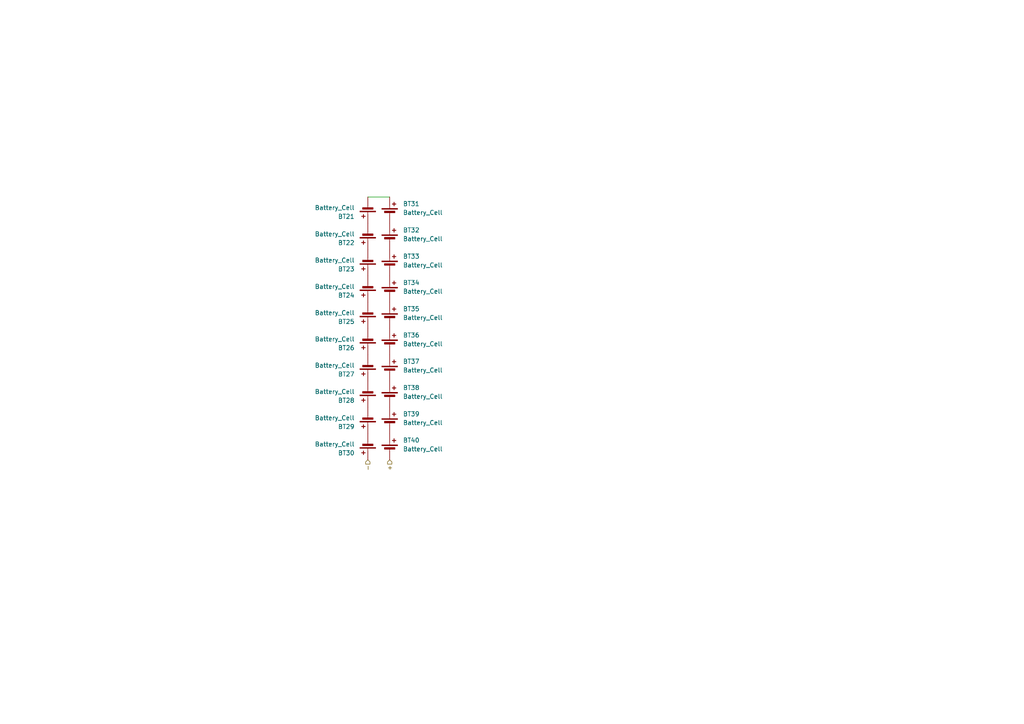
<source format=kicad_sch>
(kicad_sch (version 20250114) (generator "eeschema") (generator_version "9.0")
  (paper "A4")
  (lib_symbols
    (symbol "Device:Battery_Cell" (pin_numbers (hide yes)) (pin_names (offset 0) (hide yes))
      (property "Reference" "BT" (at 2.54 2.54 0))
      (property "Value" "Battery_Cell" (at 2.54 0 0))
      (symbol "Battery_Cell_0_1"
        (rectangle (start -2.286 1.778) (end 2.286 1.524) (fill (type outline)))
        (rectangle (start -1.524 1.016) (end 1.524 0.508) (fill (type outline)))
        (polyline (pts (xy 0 1.778) (xy 0 2.54)))
        (polyline (pts (xy 0 0.762) (xy 0 0)))
        (polyline (pts (xy 0.762 3.048) (xy 1.778 3.048)) (stroke (width 0.254)))
        (polyline (pts (xy 1.27 3.556) (xy 1.27 2.54)) (stroke (width 0.254)))
      )
      (symbol "Battery_Cell_1_1"
        (pin passive line (at 0 5.08 270) (length 2.54) (name "+") (number "1"))
        (pin passive line (at 0 -2.54 90) (length 2.54) (name "-") (number "2"))
      )
    )
  )
  (wire (pts (xy 106.68 57.15) (xy 113.03 57.15)))
  (hierarchical_label "+" (shape input) (at 113.03 133.35 270))
  (hierarchical_label "-" (shape input) (at 106.68 133.35 270))
  (symbol (lib_id "Device:Battery_Cell") (at 106.68 59.69 180) (unit 1)
    (property "Reference" "BT1" (at 102.87 62.8016 0) (effects (justify left)))
    (property "Value" "Battery_Cell" (at 102.87 60.2616 0) (effects (justify left)))
    (property "Description" "Single-cell battery" (effects (hide yes)))
    (instances (project "003_GBungE_mk4_sch" (path "" (reference "BT21") (unit 1)) (path "" (reference "BT1") (unit 1))))
  )
  (symbol (lib_id "Device:Battery_Cell") (at 106.68 74.93 180) (unit 1)
    (property "Reference" "BT3" (at 102.87 78.0416 0) (effects (justify left)))
    (property "Value" "Battery_Cell" (at 102.87 75.5016 0) (effects (justify left)))
    (property "Description" "Single-cell battery" (effects (hide yes)))
    (instances (project "003_GBungE_mk4_sch" (path "" (reference "BT23") (unit 1)) (path "" (reference "BT3") (unit 1))))
  )
  (symbol (lib_id "Device:Battery_Cell") (at 106.68 128.27 180) (unit 1)
    (property "Reference" "BT10" (at 102.87 131.3816 0) (effects (justify left)))
    (property "Value" "Battery_Cell" (at 102.87 128.8416 0) (effects (justify left)))
    (property "Description" "Single-cell battery" (effects (hide yes)))
    (instances (project "003_GBungE_mk4_sch" (path "" (reference "BT30") (unit 1)) (path "" (reference "BT10") (unit 1))))
  )
  (symbol (lib_id "Device:Battery_Cell") (at 113.03 100.33 0) (unit 1)
    (property "Reference" "BT16" (at 116.84 97.2184 0) (effects (justify left)))
    (property "Value" "Battery_Cell" (at 116.84 99.7584 0) (effects (justify left)))
    (property "Description" "Single-cell battery" (effects (hide yes)))
    (instances (project "003_GBungE_mk4_sch" (path "" (reference "BT36") (unit 1)) (path "" (reference "BT16") (unit 1))))
  )
  (symbol (lib_id "Device:Battery_Cell") (at 113.03 62.23 0) (unit 1)
    (property "Reference" "BT11" (at 116.84 59.1184 0) (effects (justify left)))
    (property "Value" "Battery_Cell" (at 116.84 61.6584 0) (effects (justify left)))
    (property "Description" "Single-cell battery" (effects (hide yes)))
    (instances (project "003_GBungE_mk4_sch" (path "" (reference "BT31") (unit 1)) (path "" (reference "BT11") (unit 1))))
  )
  (symbol (lib_id "Device:Battery_Cell") (at 106.68 105.41 180) (unit 1)
    (property "Reference" "BT7" (at 102.87 108.5216 0) (effects (justify left)))
    (property "Value" "Battery_Cell" (at 102.87 105.9816 0) (effects (justify left)))
    (property "Description" "Single-cell battery" (effects (hide yes)))
    (instances (project "003_GBungE_mk4_sch" (path "" (reference "BT27") (unit 1)) (path "" (reference "BT7") (unit 1))))
  )
  (symbol (lib_id "Device:Battery_Cell") (at 106.68 97.79 180) (unit 1)
    (property "Reference" "BT6" (at 102.87 100.9016 0) (effects (justify left)))
    (property "Value" "Battery_Cell" (at 102.87 98.3616 0) (effects (justify left)))
    (property "Description" "Single-cell battery" (effects (hide yes)))
    (instances (project "003_GBungE_mk4_sch" (path "" (reference "BT26") (unit 1)) (path "" (reference "BT6") (unit 1))))
  )
  (symbol (lib_id "Device:Battery_Cell") (at 113.03 107.95 0) (unit 1)
    (property "Reference" "BT17" (at 116.84 104.8384 0) (effects (justify left)))
    (property "Value" "Battery_Cell" (at 116.84 107.3784 0) (effects (justify left)))
    (property "Description" "Single-cell battery" (effects (hide yes)))
    (instances (project "003_GBungE_mk4_sch" (path "" (reference "BT37") (unit 1)) (path "" (reference "BT17") (unit 1))))
  )
  (symbol (lib_id "Device:Battery_Cell") (at 113.03 115.57 0) (unit 1)
    (property "Reference" "BT18" (at 116.84 112.4584 0) (effects (justify left)))
    (property "Value" "Battery_Cell" (at 116.84 114.9984 0) (effects (justify left)))
    (property "Description" "Single-cell battery" (effects (hide yes)))
    (instances (project "003_GBungE_mk4_sch" (path "" (reference "BT38") (unit 1)) (path "" (reference "BT18") (unit 1))))
  )
  (symbol (lib_id "Device:Battery_Cell") (at 106.68 82.55 180) (unit 1)
    (property "Reference" "BT4" (at 102.87 85.6616 0) (effects (justify left)))
    (property "Value" "Battery_Cell" (at 102.87 83.1216 0) (effects (justify left)))
    (property "Description" "Single-cell battery" (effects (hide yes)))
    (instances (project "003_GBungE_mk4_sch" (path "" (reference "BT24") (unit 1)) (path "" (reference "BT4") (unit 1))))
  )
  (symbol (lib_id "Device:Battery_Cell") (at 106.68 120.65 180) (unit 1)
    (property "Reference" "BT9" (at 102.87 123.7616 0) (effects (justify left)))
    (property "Value" "Battery_Cell" (at 102.87 121.2216 0) (effects (justify left)))
    (property "Description" "Single-cell battery" (effects (hide yes)))
    (instances (project "003_GBungE_mk4_sch" (path "" (reference "BT29") (unit 1)) (path "" (reference "BT9") (unit 1))))
  )
  (symbol (lib_id "Device:Battery_Cell") (at 106.68 113.03 180) (unit 1)
    (property "Reference" "BT8" (at 102.87 116.1416 0) (effects (justify left)))
    (property "Value" "Battery_Cell" (at 102.87 113.6016 0) (effects (justify left)))
    (property "Description" "Single-cell battery" (effects (hide yes)))
    (instances (project "003_GBungE_mk4_sch" (path "" (reference "BT28") (unit 1)) (path "" (reference "BT8") (unit 1))))
  )
  (symbol (lib_id "Device:Battery_Cell") (at 113.03 85.09 0) (unit 1)
    (property "Reference" "BT14" (at 116.84 81.9784 0) (effects (justify left)))
    (property "Value" "Battery_Cell" (at 116.84 84.5184 0) (effects (justify left)))
    (property "Description" "Single-cell battery" (effects (hide yes)))
    (instances (project "003_GBungE_mk4_sch" (path "" (reference "BT34") (unit 1)) (path "" (reference "BT14") (unit 1))))
  )
  (symbol (lib_id "Device:Battery_Cell") (at 113.03 92.71 0) (unit 1)
    (property "Reference" "BT15" (at 116.84 89.5984 0) (effects (justify left)))
    (property "Value" "Battery_Cell" (at 116.84 92.1384 0) (effects (justify left)))
    (property "Description" "Single-cell battery" (effects (hide yes)))
    (instances (project "003_GBungE_mk4_sch" (path "" (reference "BT35") (unit 1)) (path "" (reference "BT15") (unit 1))))
  )
  (symbol (lib_id "Device:Battery_Cell") (at 113.03 123.19 0) (unit 1)
    (property "Reference" "BT19" (at 116.84 120.0784 0) (effects (justify left)))
    (property "Value" "Battery_Cell" (at 116.84 122.6184 0) (effects (justify left)))
    (property "Description" "Single-cell battery" (effects (hide yes)))
    (instances (project "003_GBungE_mk4_sch" (path "" (reference "BT39") (unit 1)) (path "" (reference "BT19") (unit 1))))
  )
  (symbol (lib_id "Device:Battery_Cell") (at 113.03 130.81 0) (unit 1)
    (property "Reference" "BT20" (at 116.84 127.6984 0) (effects (justify left)))
    (property "Value" "Battery_Cell" (at 116.84 130.2384 0) (effects (justify left)))
    (property "Description" "Single-cell battery" (effects (hide yes)))
    (instances (project "003_GBungE_mk4_sch" (path "" (reference "BT40") (unit 1)) (path "" (reference "BT20") (unit 1))))
  )
  (symbol (lib_id "Device:Battery_Cell") (at 113.03 69.85 0) (unit 1)
    (property "Reference" "BT12" (at 116.84 66.7384 0) (effects (justify left)))
    (property "Value" "Battery_Cell" (at 116.84 69.2784 0) (effects (justify left)))
    (property "Description" "Single-cell battery" (effects (hide yes)))
    (instances (project "003_GBungE_mk4_sch" (path "" (reference "BT32") (unit 1)) (path "" (reference "BT12") (unit 1))))
  )
  (symbol (lib_id "Device:Battery_Cell") (at 106.68 67.31 180) (unit 1)
    (property "Reference" "BT2" (at 102.87 70.4216 0) (effects (justify left)))
    (property "Value" "Battery_Cell" (at 102.87 67.8816 0) (effects (justify left)))
    (property "Description" "Single-cell battery" (effects (hide yes)))
    (instances (project "003_GBungE_mk4_sch" (path "" (reference "BT22") (unit 1)) (path "" (reference "BT2") (unit 1))))
  )
  (symbol (lib_id "Device:Battery_Cell") (at 106.68 90.17 180) (unit 1)
    (property "Reference" "BT5" (at 102.87 93.2816 0) (effects (justify left)))
    (property "Value" "Battery_Cell" (at 102.87 90.7416 0) (effects (justify left)))
    (property "Description" "Single-cell battery" (effects (hide yes)))
    (instances (project "003_GBungE_mk4_sch" (path "" (reference "BT25") (unit 1)) (path "" (reference "BT5") (unit 1))))
  )
  (symbol (lib_id "Device:Battery_Cell") (at 113.03 77.47 0) (unit 1)
    (property "Reference" "BT13" (at 116.84 74.3584 0) (effects (justify left)))
    (property "Value" "Battery_Cell" (at 116.84 76.8984 0) (effects (justify left)))
    (property "Description" "Single-cell battery" (effects (hide yes)))
    (instances (project "003_GBungE_mk4_sch" (path "" (reference "BT33") (unit 1)) (path "" (reference "BT13") (unit 1))))
  )
)
</source>
